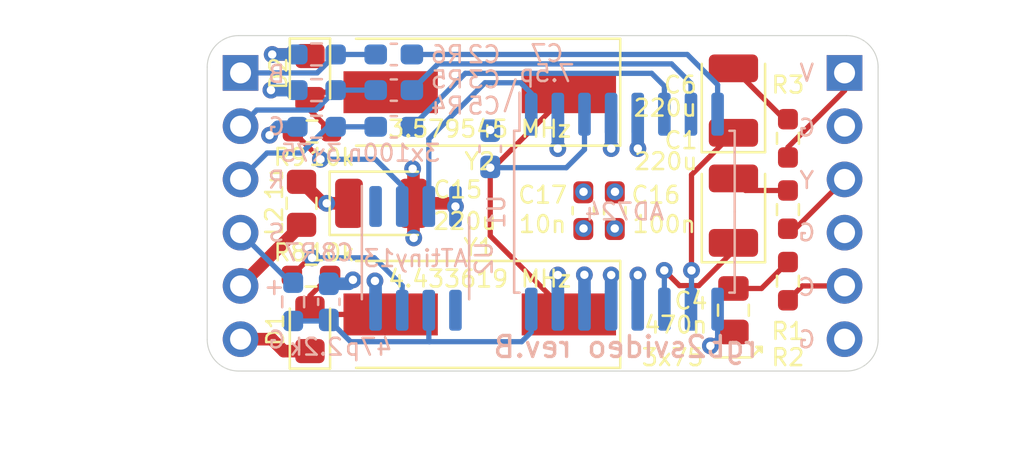
<source format=kicad_pcb>
(kicad_pcb (version 20210424) (generator pcbnew)
  (title_block (title "RGB to SVideo converter") (date "2021-03-08") (rev "A"))
  (layers (0 "F.Cu" signal) (1 "In1.Cu" signal) (2 "In2.Cu" signal) (31 "B.Cu" signal) (34 "B.Paste" user) (35 "F.Paste" user) (36 "B.SilkS" user "B.Silkscreen") (37 "F.SilkS" user "F.Silkscreen") (38 "B.Mask" user) (39 "F.Mask" user) (44 "Edge.Cuts" user))
  (net 0 "")
  (net 1 "R_IN")
  (net 2 "G_IN")
  (net 3 "B_IN")
  (net 4 "CSYNC_IN")
  (net 5 "Y_OUT")
  (net 6 "Net-(C5-Pad1)")
  (net 7 "GND")
  (net 8 "+5V")
  (net 9 "Net-(C1-Pad2)")
  (net 10 "Net-(C1-Pad1)")
  (net 11 "Net-(C2-Pad1)")
  (net 12 "Net-(C3-Pad1)")
  (net 13 "Net-(U1-Pad1)")
  (net 14 "Net-(U1-Pad3)")
  (net 15 "Net-(Y1-Pad2)")
  (net 16 "C_OUT")
  (net 17 "V_OUT")
  (net 18 "Net-(Y2-Pad2)")
  (net 19 "Net-(R8-Pad2)")
  (net 20 "Net-(C6-Pad1)")
  (net 21 "Net-(R9-Pad2)")
  (net 22 "Net-(C8-Pad1)")
  (net 23 "Net-(C6-Pad2)")
  (net 24 "Net-(J1-Pad5)")
  (net 25 "Net-(U1-Pad9)")
  (net 26 "Net-(R2-Pad2)")
  (footprint "Connector_PinHeader_2.54mm:PinHeader_1x06_P2.54mm_Vertical" (layer "F.Cu") (at 135.39 94.18)
    (fp_text reference "J1" hide)
    (fp_text value "Conn_01x06_Odd_Even")
    (fp_text user "B" (at 1.71 0.055) (layer "B.SilkS") (effects (font (size 0.8 0.8) (thickness 0.12)) (justify mirror)))
    (fp_text user "+" (at 1.61 10.18) (layer "B.SilkS") (effects (font (size 0.8 0.8) (thickness 0.12)) (justify mirror)))
    (fp_text user "G" (at 1.729048 12.73) (layer "B.SilkS") (effects (font (size 0.8 0.8) (thickness 0.12)) (justify mirror)))
    (fp_text user "G" (at 1.71 2.555) (layer "B.SilkS") (effects (font (size 0.8 0.8) (thickness 0.12)) (justify mirror)))
    (fp_text user "S" (at 1.71 7.63) (layer "B.SilkS") (effects (font (size 0.8 0.8) (thickness 0.12)) (justify mirror)))
    (fp_text user "R" (at 1.71 5.105) (layer "B.SilkS") (effects (font (size 0.8 0.8) (thickness 0.12)) (justify mirror)))
    (pad "1" thru_hole rect locked (at 0 0) (size 1.7 1.7) (drill 1) (layers *.Cu *.Mask) (net 3 "B_IN"))
    (pad "2" thru_hole oval locked (at 0 2.54) (size 1.7 1.7) (drill 1) (layers *.Cu *.Mask) (net 2 "G_IN"))
    (pad "3" thru_hole oval locked (at 0 5.08) (size 1.7 1.7) (drill 1) (layers *.Cu *.Mask) (net 1 "R_IN"))
    (pad "4" thru_hole oval locked (at 0 7.62) (size 1.7 1.7) (drill 1) (layers *.Cu *.Mask) (net 4 "CSYNC_IN"))
    (pad "5" thru_hole oval locked (at 0 10.16) (size 1.7 1.7) (drill 1) (layers *.Cu *.Mask) (net 24 "Net-(J1-Pad5)"))
    (pad "6" thru_hole oval locked (at 0 12.7) (size 1.7 1.7) (drill 1) (layers *.Cu *.Mask) (net 7 "GND"))
  )
  (footprint "Capacitor_Tantalum_SMD:CP_EIA-3528-12_Kemet-T" (layer "F.Cu") (at 158.9 100.75 90)
    (fp_text reference "C1" (at 3.35 -2.5 unlocked) (layer "F.SilkS") (effects (font (size 0.8 0.8) (thickness 0.12))))
    (fp_text value "220u")
    (fp_text user "${VALUE}" (at 2.35 -3.223809 unlocked) (layer "F.SilkS") (effects (font (size 0.8 0.8) (thickness 0.12))))
    (fp_line (start -2.46 -1.51) (end -2.46 1.51) (layer "F.SilkS") (width 0.12))
    (fp_line (start 1.75 -1.51) (end -2.46 -1.51) (layer "F.SilkS") (width 0.12))
    (fp_line (start -2.46 1.51) (end 1.75 1.51) (layer "F.SilkS") (width 0.12))
    (pad "1" smd roundrect locked (at -1.5375 0 90) (size 1.325 2.35) (layers "F.Cu" "F.Paste" "F.Mask") (roundrect_rratio 0.1886792453) (net 10 "Net-(C1-Pad1)"))
    (pad "2" smd roundrect locked (at 1.5375 0 90) (size 1.325 2.35) (layers "F.Cu" "F.Paste" "F.Mask") (roundrect_rratio 0.1886792453) (net 9 "Net-(C1-Pad2)"))
  )
  (footprint "Resistor_SMD:R_0603_1608Metric_Pad0.98x0.95mm_HandSolder" (layer "F.Cu") (at 161.5 100.7 90)
    (fp_text reference "R1" (at -5.8 0 unlocked) (layer "F.SilkS") (effects (font (size 0.8 0.8) (thickness 0.12))))
    (fp_text value "75")
    (fp_line (start -0.254724 -0.5225) (end 0.254724 -0.5225) (layer "F.SilkS") (width 0.12))
    (fp_line (start -0.254724 0.5225) (end 0.254724 0.5225) (layer "F.SilkS") (width 0.12))
    (pad "1" smd roundrect locked (at -0.9125 0 90) (size 0.975 0.95) (layers "F.Cu" "F.Paste" "F.Mask") (net 5 "Y_OUT"))
    (pad "2" smd roundrect locked (at 0.9125 0 90) (size 0.975 0.95) (layers "F.Cu" "F.Paste" "F.Mask") (net 9 "Net-(C1-Pad2)"))
  )
  (footprint "Resistor_SMD:R_0603_1608Metric_Pad0.98x0.95mm_HandSolder" (layer "F.Cu") (at 161.5 104.1125 90)
    (fp_text reference "R2" (at -3.6375 0 unlocked) (layer "F.SilkS") (effects (font (size 0.8 0.8) (thickness 0.12))))
    (fp_text value "75")
    (fp_text user "3x${VALUE}" (at -3.6375 -5.5 unlocked) (layer "F.SilkS") (effects (font (size 0.8 0.8) (thickness 0.12))))
    (fp_line (start -0.254724 0.5225) (end 0.254724 0.5225) (layer "F.SilkS") (width 0.12))
    (fp_line (start -0.254724 -0.5225) (end 0.254724 -0.5225) (layer "F.SilkS") (width 0.12))
    (pad "1" smd roundrect locked (at -0.9125 0 90) (size 0.975 0.95) (layers "F.Cu" "F.Paste" "F.Mask") (net 16 "C_OUT"))
    (pad "2" smd roundrect locked (at 0.9125 0 90) (size 0.975 0.95) (layers "F.Cu" "F.Paste" "F.Mask") (net 26 "Net-(R2-Pad2)"))
  )
  (footprint "Resistor_SMD:R_0603_1608Metric_Pad0.98x0.95mm_HandSolder" (layer "F.Cu") (at 161.5 97.3 90)
    (fp_text reference "R3" (at 2.55 0 unlocked) (layer "F.SilkS") (effects (font (size 0.8 0.8) (thickness 0.12))))
    (fp_text value "75")
    (fp_line (start -0.254724 -0.5225) (end 0.254724 -0.5225) (layer "F.SilkS") (width 0.12))
    (fp_line (start -0.254724 0.5225) (end 0.254724 0.5225) (layer "F.SilkS") (width 0.12))
    (pad "1" smd roundrect locked (at -0.9125 0 90) (size 0.975 0.95) (layers "F.Cu" "F.Paste" "F.Mask") (net 17 "V_OUT"))
    (pad "2" smd roundrect locked (at 0.9125 0 90) (size 0.975 0.95) (layers "F.Cu" "F.Paste" "F.Mask") (net 23 "Net-(C6-Pad2)"))
  )
  (footprint "Capacitor_Tantalum_SMD:CP_EIA-3528-12_Kemet-T" (layer "F.Cu") (at 158.9 95.5 90)
    (fp_text reference "C6" (at 0.75 -2.526191 unlocked) (layer "F.SilkS") (effects (font (size 0.8 0.8) (thickness 0.12))))
    (fp_text value "220u")
    (fp_text user "${VALUE}" (at -0.35 -3.25 unlocked) (layer "F.SilkS") (effects (font (size 0.8 0.8) (thickness 0.12))))
    (fp_line (start -2.46 -1.51) (end -2.46 1.51) (layer "F.SilkS") (width 0.12))
    (fp_line (start 1.75 -1.51) (end -2.46 -1.51) (layer "F.SilkS") (width 0.12))
    (fp_line (start -2.46 1.51) (end 1.75 1.51) (layer "F.SilkS") (width 0.12))
    (pad "1" smd roundrect locked (at -1.5375 0 90) (size 1.325 2.35) (layers "F.Cu" "F.Paste" "F.Mask") (roundrect_rratio 0.1886792453) (net 20 "Net-(C6-Pad1)"))
    (pad "2" smd roundrect locked (at 1.5375 0 90) (size 1.325 2.35) (layers "F.Cu" "F.Paste" "F.Mask") (roundrect_rratio 0.1886792453) (net 23 "Net-(C6-Pad2)"))
  )
  (footprint "Capacitor_Tantalum_SMD:CP_EIA-3528-12_Kemet-T" (layer "F.Cu") (at 142.1 100.4)
    (fp_text reference "C15" (at 3.65 -0.65 unlocked) (layer "F.SilkS") (effects (font (size 0.8 0.8) (thickness 0.12))))
    (fp_text value "220u")
    (fp_text user "${VALUE}" (at 3.992857 0.85 unlocked) (layer "F.SilkS") (effects (font (size 0.8 0.8) (thickness 0.12))))
    (fp_line (start 1.75 -1.51) (end -2.46 -1.51) (layer "F.SilkS") (width 0.12))
    (fp_line (start -2.46 1.51) (end 1.75 1.51) (layer "F.SilkS") (width 0.12))
    (fp_line (start -2.46 -1.51) (end -2.46 1.51) (layer "F.SilkS") (width 0.12))
    (pad "1" smd roundrect locked (at -1.5375 0) (size 1.325 2.35) (layers "F.Cu" "F.Paste" "F.Mask") (roundrect_rratio 0.1886792453) (net 8 "+5V"))
    (pad "2" smd roundrect locked (at 1.5375 0) (size 1.325 2.35) (layers "F.Cu" "F.Paste" "F.Mask") (roundrect_rratio 0.1886792453) (net 7 "GND"))
  )
  (footprint "Capacitor_SMD:C_0603_1608Metric_Pad1.05x0.95mm_HandSolder" (layer "F.Cu") (at 151.74 100.75 90)
    (fp_text reference "C17" (at 0.75 -1.94 unlocked) (layer "F.SilkS") (effects (font (size 0.8 0.8) (thickness 0.12))))
    (fp_text value "10n")
    (fp_text user "${VALUE}" (at -0.65 -1.94 unlocked) (layer "F.SilkS") (effects (font (size 0.8 0.8) (thickness 0.12))))
    (fp_line (start -0.171267 -0.51) (end 0.171267 -0.51) (layer "F.SilkS") (width 0.12))
    (fp_line (start -0.171267 0.51) (end 0.171267 0.51) (layer "F.SilkS") (width 0.12))
    (pad "1" smd roundrect locked (at -0.875 0 90) (size 1.05 0.95) (layers "F.Cu" "F.Paste" "F.Mask") (net 8 "+5V"))
    (pad "2" smd roundrect locked (at 0.875 0 90) (size 1.05 0.95) (layers "F.Cu" "F.Paste" "F.Mask") (net 7 "GND"))
  )
  (footprint "Capacitor_SMD:C_0603_1608Metric_Pad1.05x0.95mm_HandSolder" (layer "F.Cu") (at 153.24 100.75 90)
    (fp_text reference "C16" (at 0.75 1.96 unlocked) (layer "F.SilkS") (effects (font (size 0.8 0.8) (thickness 0.12))))
    (fp_text value "100n")
    (fp_text user "${VALUE}" (at -0.65 2.36 unlocked) (layer "F.SilkS") (effects (font (size 0.8 0.8) (thickness 0.12))))
    (fp_line (start -0.171267 0.51) (end 0.171267 0.51) (layer "F.SilkS") (width 0.12))
    (fp_line (start -0.171267 -0.51) (end 0.171267 -0.51) (layer "F.SilkS") (width 0.12))
    (pad "1" smd roundrect locked (at -0.875 0 90) (size 1.05 0.95) (layers "F.Cu" "F.Paste" "F.Mask") (net 8 "+5V"))
    (pad "2" smd roundrect locked (at 0.875 0 90) (size 1.05 0.95) (layers "F.Cu" "F.Paste" "F.Mask") (net 7 "GND"))
  )
  (footprint "Inductor_SMD:L_0805_2012Metric_Pad1.15x1.40mm_HandSolder" (layer "F.Cu") (at 138.3 100.4 90)
    (fp_text reference "L2" (at -0.85 -1.3 90 unlocked) (layer "F.SilkS") (effects (font (size 0.8 0.8) (thickness 0.12))))
    (fp_text value "1u")
    (fp_text user "${VALUE}" (at 0.9 -1.3 90 unlocked) (layer "F.SilkS") (effects (font (size 0.8 0.8) (thickness 0.12))))
    (fp_line (start -0.261252 -0.71) (end 0.261252 -0.71) (layer "F.SilkS") (width 0.12))
    (fp_line (start -0.261252 0.71) (end 0.261252 0.71) (layer "F.SilkS") (width 0.12))
    (pad "1" smd roundrect locked (at -1.025 0 90) (size 1.15 1.4) (layers "F.Cu" "F.Paste" "F.Mask") (roundrect_rratio 0.2173913043) (net 24 "Net-(J1-Pad5)"))
    (pad "2" smd roundrect locked (at 1.025 0 90) (size 1.15 1.4) (layers "F.Cu" "F.Paste" "F.Mask") (roundrect_rratio 0.2173913043) (net 8 "+5V"))
  )
  (footprint "Crystal:Crystal_SMD_HC49-SD" (layer "F.Cu") (at 146.8 105.7 180)
    (fp_text reference "Y1" (at 0.05 3.2 unlocked) (layer "F.SilkS") (effects (font (size 0.8 0.8) (thickness 0.12))))
    (fp_text value "4.433619 MHz")
    (fp_text user "${VALUE}" (at 0 1.7 unlocked) (layer "F.SilkS") (effects (font (size 0.8 0.8) (thickness 0.12))))
    (fp_line (start -6.7 -2.55) (end -6.7 2.55) (layer "F.SilkS") (width 0.12))
    (fp_line (start 5.9 -2.55) (end -6.7 -2.55) (layer "F.SilkS") (width 0.12))
    (fp_line (start -6.7 2.55) (end 5.9 2.55) (layer "F.SilkS") (width 0.12))
    (pad "1" smd rect locked (at -4.25 0 180) (size 4.5 2) (layers "F.Cu" "F.Paste" "F.Mask") (net 14 "Net-(U1-Pad3)"))
    (pad "2" smd rect locked (at 4.25 0 180) (size 4.5 2) (layers "F.Cu" "F.Paste" "F.Mask") (net 15 "Net-(Y1-Pad2)"))
  )
  (footprint "Resistor_SMD:R_0603_1608Metric_Pad0.98x0.95mm_HandSolder" (layer "F.Cu") (at 138.8 96.975 180)
    (fp_text reference "R9" (at 1.05 -1.225 unlocked) (layer "F.SilkS") (effects (font (size 0.8 0.8) (thickness 0.12))))
    (fp_text value "10k")
    (fp_text user "${VALUE}" (at -0.95 -1.225 unlocked) (layer "F.SilkS") (effects (font (size 0.8 0.8) (thickness 0.12))))
    (fp_line (start -0.254724 -0.5225) (end 0.254724 -0.5225) (layer "F.SilkS") (width 0.12))
    (fp_line (start -0.254724 0.5225) (end 0.254724 0.5225) (layer "F.SilkS") (width 0.12))
    (pad "1" smd roundrect locked (at -0.9125 0 180) (size 0.975 0.95) (layers "F.Cu" "F.Paste" "F.Mask") (net 18 "Net-(Y2-Pad2)"))
    (pad "2" smd roundrect locked (at 0.9125 0 180) (size 0.975 0.95) (layers "F.Cu" "F.Paste" "F.Mask") (net 21 "Net-(R9-Pad2)"))
  )
  (footprint "Diode_SMD:D_0805_2012Metric_Pad1.15x1.40mm_HandSolder" (layer "F.Cu") (at 138.7 94.4 -90)
    (fp_text reference "D2" (at -0.2 1.5 90 unlocked) (layer "F.SilkS") (effects (font (size 0.8 0.8) (thickness 0.12))))
    (fp_text value "1N4148")
    (fp_line (start -1.86 -0.96) (end -1.86 0.96) (layer "F.SilkS") (width 0.12))
    (fp_line (start 1 -0.96) (end -1.86 -0.96) (layer "F.SilkS") (width 0.12))
    (fp_line (start -1.86 0.96) (end 1 0.96) (layer "F.SilkS") (width 0.12))
    (pad "1" smd roundrect locked (at -1.025 0 270) (size 1.15 1.4) (layers "F.Cu" "F.Paste" "F.Mask") (roundrect_rratio 0.2173913043) (net 7 "GND"))
    (pad "2" smd roundrect locked (at 1.025 0 270) (size 1.15 1.4) (layers "F.Cu" "F.Paste" "F.Mask") (roundrect_rratio 0.2173913043) (net 18 "Net-(Y2-Pad2)"))
  )
  (footprint "Capacitor_SMD:C_0805_2012Metric_Pad1.18x1.45mm_HandSolder" (layer "F.Cu") (at 158.9 105.5 90)
    (fp_text reference "C4" (at 0.45 -2.026191 unlocked) (layer "F.SilkS") (effects (font (size 0.8 0.8) (thickness 0.12))))
    (fp_text value "470n")
    (fp_text user "${VALUE}" (at -0.7 -2.75 unlocked) (layer "F.SilkS") (effects (font (size 0.8 0.8) (thickness 0.12))))
    (fp_line (start -0.261252 0.735) (end 0.261252 0.735) (layer "F.SilkS") (width 0.12))
    (fp_line (start -0.261252 -0.735) (end 0.261252 -0.735) (layer "F.SilkS") (width 0.12))
    (pad "1" smd roundrect locked (at -1.0375 0 90) (size 1.175 1.45) (layers "F.Cu" "F.Paste" "F.Mask") (roundrect_rratio 0.2127659574) (net 25 "Net-(U1-Pad9)"))
    (pad "2" smd roundrect locked (at 1.0375 0 90) (size 1.175 1.45) (layers "F.Cu" "F.Paste" "F.Mask") (roundrect_rratio 0.2127659574) (net 26 "Net-(R2-Pad2)"))
  )
  (footprint "Crystal:Crystal_SMD_HC49-SD" (layer "F.Cu") (at 146.8 95.1 180)
    (fp_text reference "Y2" (at 0 -3.3 unlocked) (layer "F.SilkS") (effects (font (size 0.8 0.8) (thickness 0.12))))
    (fp_text value "3.579545 MHz")
    (fp_text user "${VALUE}" (at 0 -1.75 unlocked) (layer "F.SilkS") (effects (font (size 0.8 0.8) (thickness 0.12))))
    (fp_line (start 5.9 -2.55) (end -6.7 -2.55) (layer "F.SilkS") (width 0.12))
    (fp_line (start -6.7 2.55) (end 5.9 2.55) (layer "F.SilkS") (width 0.12))
    (fp_line (start -6.7 -2.55) (end -6.7 2.55) (layer "F.SilkS") (width 0.12))
    (pad "1" smd rect locked (at -4.25 0 180) (size 4.5 2) (layers "F.Cu" "F.Paste" "F.Mask") (net 14 "Net-(U1-Pad3)"))
    (pad "2" smd rect locked (at 4.25 0 180) (size 4.5 2) (layers "F.Cu" "F.Paste" "F.Mask") (net 18 "Net-(Y2-Pad2)"))
  )
  (footprint "Resistor_SMD:R_0603_1608Metric_Pad0.98x0.95mm_HandSolder" (layer "F.Cu") (at 138.75 103.85 180)
    (fp_text reference "R8" (at 1 1.1 unlocked) (layer "F.SilkS") (effects (font (size 0.8 0.8) (thickness 0.12))))
    (fp_text value "10k")
    (fp_text user "${VALUE}" (at -1 1.1 unlocked) (layer "F.SilkS") (effects (font (size 0.8 0.8) (thickness 0.12))))
    (fp_line (start -0.254724 0.5225) (end 0.254724 0.5225) (layer "F.SilkS") (width 0.12))
    (fp_line (start -0.254724 -0.5225) (end 0.254724 -0.5225) (layer "F.SilkS") (width 0.12))
    (pad "1" smd roundrect locked (at -0.9125 0 180) (size 0.975 0.95) (layers "F.Cu" "F.Paste" "F.Mask") (net 15 "Net-(Y1-Pad2)"))
    (pad "2" smd roundrect locked (at 0.9125 0 180) (size 0.975 0.95) (layers "F.Cu" "F.Paste" "F.Mask") (net 19 "Net-(R8-Pad2)"))
  )
  (footprint "Connector_PinHeader_2.54mm:PinHeader_1x06_P2.54mm_Vertical" (layer "F.Cu") (at 164.2 94.18)
    (fp_text reference "J2" hide)
    (fp_text value "Conn_01x06_Odd_Even")
    (fp_text user "G" (at -1.8 7.62 unlocked) (layer "B.SilkS") (effects (font (size 0.8 0.8) (thickness 0.12)) (justify mirror)))
    (fp_text user "G" (at -1.8 2.62 unlocked) (layer "B.SilkS") (effects (font (size 0.8 0.8) (thickness 0.12)) (justify mirror)))
    (fp_text user "C" (at -1.8 10.22 unlocked) (layer "B.SilkS") (effects (font (size 0.8 0.8) (thickness 0.12)) (justify mirror)))
    (fp_text user "G" (at -1.8 12.72 unlocked) (layer "B.SilkS") (effects (font (size 0.8 0.8) (thickness 0.12)) (justify mirror)))
    (fp_text user "Y" (at -1.8 5.12 unlocked) (layer "B.SilkS") (effects (font (size 0.8 0.8) (thickness 0.12)) (justify mirror)))
    (fp_text user "V" (at -1.8 0 unlocked) (layer "B.SilkS") (effects (font (size 0.8 0.8) (thickness 0.12)) (justify mirror)))
    (pad "1" thru_hole rect locked (at 0 0) (size 1.7 1.7) (drill 1) (layers *.Cu *.Mask) (net 17 "V_OUT"))
    (pad "2" thru_hole oval locked (at 0 2.54) (size 1.7 1.7) (drill 1) (layers *.Cu *.Mask) (net 7 "GND"))
    (pad "3" thru_hole oval locked (at 0 5.08) (size 1.7 1.7) (drill 1) (layers *.Cu *.Mask) (net 5 "Y_OUT"))
    (pad "4" thru_hole oval locked (at 0 7.62) (size 1.7 1.7) (drill 1) (layers *.Cu *.Mask) (net 7 "GND"))
    (pad "5" thru_hole oval locked (at 0 10.16) (size 1.7 1.7) (drill 1) (layers *.Cu *.Mask) (net 16 "C_OUT"))
    (pad "6" thru_hole oval locked (at 0 12.7) (size 1.7 1.7) (drill 1) (layers *.Cu *.Mask) (net 7 "GND"))
  )
  (footprint "Diode_SMD:D_0805_2012Metric_Pad1.15x1.40mm_HandSolder" (layer "F.Cu") (at 138.7 106.425 90)
    (fp_text reference "D1" (at 0 -1.65 90 unlocked) (layer "F.SilkS") (effects (font (size 0.8 0.8) (thickness 0.12))))
    (fp_text value "1N4148")
    (fp_line (start -1.86 -0.96) (end -1.86 0.96) (layer "F.SilkS") (width 0.12))
    (fp_line (start 1 -0.96) (end -1.86 -0.96) (layer "F.SilkS") (width 0.12))
    (fp_line (start -1.86 0.96) (end 1 0.96) (layer "F.SilkS") (width 0.12))
    (pad "1" smd roundrect locked (at -1.025 0 90) (size 1.15 1.4) (layers "F.Cu" "F.Paste" "F.Mask") (roundrect_rratio 0.2173913043) (net 7 "GND"))
    (pad "2" smd roundrect locked (at 1.025 0 90) (size 1.15 1.4) (layers "F.Cu" "F.Paste" "F.Mask") (roundrect_rratio 0.2173913043) (net 15 "Net-(Y1-Pad2)"))
  )
  (footprint "Capacitor_SMD:C_0603_1608Metric_Pad1.08x0.95mm_HandSolder" (layer "B.Cu") (at 139.6 105.1 90)
    (fp_text reference "C8" (at 2.35 0.4 unlocked) (layer "B.SilkS") (effects (font (size 0.8 0.8) (thickness 0.12)) (justify mirror)))
    (fp_text value "47p")
    (fp_text user "${VALUE}" (at -2.15 1.9 unlocked) (layer "B.SilkS") (effects (font (size 0.8 0.8) (thickness 0.12)) (justify mirror)))
    (fp_line (start -0.146267 -0.51) (end 0.146267 -0.51) (layer "B.SilkS") (width 0.12))
    (fp_line (start -0.146267 0.51) (end 0.146267 0.51) (layer "B.SilkS") (width 0.12))
    (pad "1" smd roundrect locked (at -0.8625 0 90) (size 1.075 0.95) (layers "B.Cu" "B.Paste" "B.Mask") (net 22 "Net-(C8-Pad1)"))
    (pad "2" smd roundrect locked (at 0.8625 0 90) (size 1.075 0.95) (layers "B.Cu" "B.Paste" "B.Mask") (net 7 "GND"))
  )
  (footprint "Resistor_SMD:R_0603_1608Metric_Pad0.98x0.95mm_HandSolder" (layer "B.Cu") (at 139.0125 96.75 180)
    (fp_text reference "R4" (at -6.2375 1 unlocked) (layer "B.SilkS") (effects (font (size 0.8 0.8) (thickness 0.12)) (justify mirror)))
    (fp_text value "75")
    (fp_text user "3x${VALUE}" (at 0.2625 -1.25 unlocked) (layer "B.SilkS") (effects (font (size 0.8 0.8) (thickness 0.12)) (justify mirror)))
    (fp_line (start -0.254724 0.5225) (end 0.254724 0.5225) (layer "B.SilkS") (width 0.12))
    (fp_line (start -0.254724 -0.5225) (end 0.254724 -0.5225) (layer "B.SilkS") (width 0.12))
    (pad "1" smd roundrect locked (at -0.9125 0 180) (size 0.975 0.95) (layers "B.Cu" "B.Paste" "B.Mask") (net 1 "R_IN"))
    (pad "2" smd roundrect locked (at 0.9125 0 180) (size 0.975 0.95) (layers "B.Cu" "B.Paste" "B.Mask") (net 7 "GND"))
  )
  (footprint "Resistor_SMD:R_0603_1608Metric_Pad0.98x0.95mm_HandSolder" (layer "B.Cu") (at 139.0125 95 180)
    (fp_text reference "R5" (at -6.2375 0.5 unlocked) (layer "B.SilkS") (effects (font (size 0.8 0.8) (thickness 0.12)) (justify mirror)))
    (fp_text value "75")
    (fp_line (start -0.254724 0.5225) (end 0.254724 0.5225) (layer "B.SilkS") (width 0.12))
    (fp_line (start -0.254724 -0.5225) (end 0.254724 -0.5225) (layer "B.SilkS") (width 0.12))
    (pad "1" smd roundrect locked (at -0.9125 0 180) (size 0.975 0.95) (layers "B.Cu" "B.Paste" "B.Mask") (net 2 "G_IN"))
    (pad "2" smd roundrect locked (at 0.9125 0 180) (size 0.975 0.95) (layers "B.Cu" "B.Paste" "B.Mask") (net 7 "GND"))
  )
  (footprint "Resistor_SMD:R_0603_1608Metric_Pad0.98x0.95mm_HandSolder" (layer "B.Cu") (at 139.0125 93.3 180)
    (fp_text reference "R6" (at -6.2375 0 unlocked) (layer "B.SilkS") (effects (font (size 0.8 0.8) (thickness 0.12)) (justify mirror)))
    (fp_text value "75")
    (fp_line (start -0.254724 -0.5225) (end 0.254724 -0.5225) (layer "B.SilkS") (width 0.12))
    (fp_line (start -0.254724 0.5225) (end 0.254724 0.5225) (layer "B.SilkS") (width 0.12))
    (pad "1" smd roundrect locked (at -0.9125 0 180) (size 0.975 0.95) (layers "B.Cu" "B.Paste" "B.Mask") (net 3 "B_IN"))
    (pad "2" smd roundrect locked (at 0.9125 0 180) (size 0.975 0.95) (layers "B.Cu" "B.Paste" "B.Mask") (net 7 "GND"))
  )
  (footprint "Resistor_SMD:R_0603_1608Metric_Pad0.98x0.95mm_HandSolder" (layer "B.Cu") (at 137.9 105.1 90)
    (fp_text reference "R7" (at 2.35 0.35 unlocked) (layer "B.SilkS") (effects (font (size 0.8 0.8) (thickness 0.12)) (justify mirror)))
    (fp_text value "2.2k")
    (fp_text user "${VALUE}" (at -2.15 1.1 unlocked) (layer "B.SilkS") (effects (font (size 0.8 0.8) (thickness 0.12)) (justify mirror)))
    (fp_line (start -0.254724 -0.5225) (end 0.254724 -0.5225) (layer "B.SilkS") (width 0.12))
    (fp_line (start -0.254724 0.5225) (end 0.254724 0.5225) (layer "B.SilkS") (width 0.12))
    (pad "1" smd roundrect locked (at -0.9125 0 90) (size 0.975 0.95) (layers "B.Cu" "B.Paste" "B.Mask") (net 22 "Net-(C8-Pad1)"))
    (pad "2" smd roundrect locked (at 0.9125 0 90) (size 0.975 0.95) (layers "B.Cu" "B.Paste" "B.Mask") (net 4 "CSYNC_IN"))
  )
  (footprint "Capacitor_SMD:C_0603_1608Metric_Pad1.08x0.95mm_HandSolder" (layer "B.Cu") (at 142.7 93.3 180)
    (fp_text reference "C2" (at -4.3 0 unlocked) (layer "B.SilkS") (effects (font (size 0.8 0.8) (thickness 0.12)) (justify mirror)))
    (fp_text value "100n")
    (fp_line (start -0.146267 -0.51) (end 0.146267 -0.51) (layer "B.SilkS") (width 0.12))
    (fp_line (start -0.146267 0.51) (end 0.146267 0.51) (layer "B.SilkS") (width 0.12))
    (pad "1" smd roundrect locked (at -0.8625 0 180) (size 1.075 0.95) (layers "B.Cu" "B.Paste" "B.Mask") (net 11 "Net-(C2-Pad1)"))
    (pad "2" smd roundrect locked (at 0.8625 0 180) (size 1.075 0.95) (layers "B.Cu" "B.Paste" "B.Mask") (net 3 "B_IN"))
  )
  (footprint "Capacitor_SMD:C_0603_1608Metric_Pad1.08x0.95mm_HandSolder" (layer "B.Cu") (at 142.7 95 180)
    (fp_text reference "C3" (at -4.3 0.5 unlocked) (layer "B.SilkS") (effects (font (size 0.8 0.8) (thickness 0.12)) (justify mirror)))
    (fp_text value "100n")
    (fp_line (start -0.146267 0.51) (end 0.146267 0.51) (layer "B.SilkS") (width 0.12))
    (fp_line (start -0.146267 -0.51) (end 0.146267 -0.51) (layer "B.SilkS") (width 0.12))
    (pad "1" smd roundrect locked (at -0.8625 0 180) (size 1.075 0.95) (layers "B.Cu" "B.Paste" "B.Mask") (net 12 "Net-(C3-Pad1)"))
    (pad "2" smd roundrect locked (at 0.8625 0 180) (size 1.075 0.95) (layers "B.Cu" "B.Paste" "B.Mask") (net 2 "G_IN"))
  )
  (footprint "Capacitor_SMD:C_0603_1608Metric_Pad1.08x0.95mm_HandSolder" (layer "B.Cu") (at 142.7 96.75 180)
    (fp_text reference "C5" (at -4.3 1 unlocked) (layer "B.SilkS") (effects (font (size 0.8 0.8) (thickness 0.12)) (justify mirror)))
    (fp_text value "100n")
    (fp_text user "3x${VALUE}" (at 0 -1.25 unlocked) (layer "B.SilkS") (effects (font (size 0.8 0.8) (thickness 0.12)) (justify mirror)))
    (fp_line (start -0.146267 0.51) (end 0.146267 0.51) (layer "B.SilkS") (width 0.12))
    (fp_line (start -0.146267 -0.51) (end 0.146267 -0.51) (layer "B.SilkS") (width 0.12))
    (pad "1" smd roundrect locked (at -0.8625 0 180) (size 1.075 0.95) (layers "B.Cu" "B.Paste" "B.Mask") (net 6 "Net-(C5-Pad1)"))
    (pad "2" smd roundrect locked (at 0.8625 0 180) (size 1.075 0.95) (layers "B.Cu" "B.Paste" "B.Mask") (net 1 "R_IN"))
  )
  (footprint "Package_SO:SOIC-8_3.9x4.9mm_P1.27mm" (layer "B.Cu") (at 143.735 103.025 -90)
    (fp_text reference "U2" (at 0 -3.265 90 unlocked) (layer "B.SilkS") (effects (font (size 0.8 0.8) (thickness 0.12)) (justify mirror)))
    (fp_text value "ATtiny13V-10SSU")
    (fp_text user "ATtiny13" (at 0 0 unlocked) (layer "B.SilkS") (effects (font (size 0.8 0.8) (thickness 0.12)) (justify mirror)))
    (fp_line (start 0 2.56) (end 1.95 2.56) (layer "B.SilkS") (width 0.12))
    (fp_line (start 0 -2.56) (end -1.95 -2.56) (layer "B.SilkS") (width 0.12))
    (fp_line (start 0 2.56) (end -3.45 2.56) (layer "B.SilkS") (width 0.12))
    (fp_line (start 0 -2.56) (end 1.95 -2.56) (layer "B.SilkS") (width 0.12))
    (pad "1" smd roundrect locked (at -2.475 1.905 270) (size 1.95 0.6) (layers "B.Cu" "B.Paste" "B.Mask"))
    (pad "2" smd roundrect locked (at -2.475 0.635 270) (size 1.95 0.6) (layers "B.Cu" "B.Paste" "B.Mask") (net 21 "Net-(R9-Pad2)"))
    (pad "3" smd roundrect locked (at -2.475 -0.635 270) (size 1.95 0.6) (layers "B.Cu" "B.Paste" "B.Mask") (net 13 "Net-(U1-Pad1)"))
    (pad "4" smd roundrect locked (at -2.475 -1.905 270) (size 1.95 0.6) (layers "B.Cu" "B.Paste" "B.Mask") (net 7 "GND"))
    (pad "5" smd roundrect locked (at 2.475 -1.905 270) (size 1.95 0.6) (layers "B.Cu" "B.Paste" "B.Mask"))
    (pad "6" smd roundrect locked (at 2.475 -0.635 270) (size 1.95 0.6) (layers "B.Cu" "B.Paste" "B.Mask") (net 22 "Net-(C8-Pad1)"))
    (pad "7" smd roundrect locked (at 2.475 0.635 270) (size 1.95 0.6) (layers "B.Cu" "B.Paste" "B.Mask") (net 19 "Net-(R8-Pad2)"))
    (pad "8" smd roundrect locked (at 2.475 1.905 270) (size 1.95 0.6) (layers "B.Cu" "B.Paste" "B.Mask") (net 8 "+5V"))
  )
  (footprint "Capacitor_SMD:C_0603_1608Metric_Pad1.08x0.95mm_HandSolder" (layer "B.Cu") (at 147.3 97.8 90)
    (fp_text reference "C7" (at 4.55 2.7 unlocked) (layer "B.SilkS") (effects (font (size 0.8 0.8) (thickness 0.12)) (justify mirror)))
    (fp_text value "7.5p")
    (fp_text user "${VALUE}" (at 3.6 2.7 unlocked) (layer "B.SilkS") (effects (font (size 0.8 0.8) (thickness 0.12)) (justify mirror)))
    (fp_line (start -0.146267 0.51) (end 0.146267 0.51) (layer "B.SilkS") (width 0.12))
    (fp_line (start -0.146267 -0.51) (end 0.146267 -0.51) (layer "B.SilkS") (width 0.12))
    (pad "1" smd roundrect locked (at -0.8625 0 90) (size 1.075 0.95) (layers "B.Cu" "B.Paste" "B.Mask") (net 14 "Net-(U1-Pad3)"))
    (pad "2" smd roundrect locked (at 0.8625 0 90) (size 1.075 0.95) (layers "B.Cu" "B.Paste" "B.Mask") (net 7 "GND"))
  )
  (footprint "Package_SO:SOIC-16W_7.5x10.3mm_P1.27mm" (layer "B.Cu") (at 153.7 100.8 -90)
    (fp_text reference "U1" (at 0 6.1 90 unlocked) (layer "B.SilkS") (effects (font (size 0.8 0.8) (thickness 0.12)) (justify mirror)))
    (fp_text value "AD724")
    (fp_text user "${VALUE}" (at 0 0 unlocked) (layer "B.SilkS") (effects (font (size 0.8 0.8) (thickness 0.12)) (justify mirror)))
    (fp_line (start 0 -5.26) (end 3.86 -5.26) (layer "B.SilkS") (width 0.12))
    (fp_line (start 3.86 -5.26) (end 3.86 -5.005) (layer "B.SilkS") (width 0.12))
    (fp_line (start 0 -5.26) (end -3.86 -5.26) (layer "B.SilkS") (width 0.12))
    (fp_line (start -3.86 -5.26) (end -3.86 -5.005) (layer "B.SilkS") (width 0.12))
    (fp_line (start 0 5.26) (end 3.86 5.26) (layer "B.SilkS") (width 0.12))
    (fp_line (start -3.86 5.005) (end -5.675 5.005) (layer "B.SilkS") (width 0.12))
    (fp_line (start -3.86 5.26) (end -3.86 5.005) (layer "B.SilkS") (width 0.12))
    (fp_line (start 3.86 5.26) (end 3.86 5.005) (layer "B.SilkS") (width 0.12))
    (fp_line (start 0 5.26) (end -3.86 5.26) (layer "B.SilkS") (width 0.12))
    (pad "1" smd roundrect locked (at -4.65 4.445 270) (size 2.05 0.6) (layers "B.Cu" "B.Paste" "B.Mask") (net 13 "Net-(U1-Pad1)"))
    (pad "2" smd roundrect locked (at -4.65 3.175 270) (size 2.05 0.6) (layers "B.Cu" "B.Paste" "B.Mask") (net 7 "GND"))
    (pad "3" smd roundrect locked (at -4.65 1.905 270) (size 2.05 0.6) (layers "B.Cu" "B.Paste" "B.Mask") (net 14 "Net-(U1-Pad3)"))
    (pad "4" smd roundrect locked (at -4.65 0.635 270) (size 2.05 0.6) (layers "B.Cu" "B.Paste" "B.Mask") (net 8 "+5V"))
    (pad "5" smd roundrect locked (at -4.65 -0.635 270) (size 2.05 0.6) (layers "B.Cu" "B.Paste" "B.Mask") (net 8 "+5V"))
    (pad "6" smd roundrect locked (at -4.65 -1.905 270) (size 2.05 0.6) (layers "B.Cu" "B.Paste" "B.Mask") (net 6 "Net-(C5-Pad1)"))
    (pad "7" smd roundrect locked (at -4.65 -3.175 270) (size 2.05 0.6) (layers "B.Cu" "B.Paste" "B.Mask") (net 12 "Net-(C3-Pad1)"))
    (pad "8" smd roundrect locked (at -4.65 -4.445 270) (size 2.05 0.6) (layers "B.Cu" "B.Paste" "B.Mask") (net 11 "Net-(C2-Pad1)"))
    (pad "9" smd roundrect locked (at 4.65 -4.445 270) (size 2.05 0.6) (layers "B.Cu" "B.Paste" "B.Mask") (net 25 "Net-(U1-Pad9)"))
    (pad "10" smd roundrect locked (at 4.65 -3.175 270) (size 2.05 0.6) (layers "B.Cu" "B.Paste" "B.Mask") (net 20 "Net-(C6-Pad1)"))
    (pad "11" smd roundrect locked (at 4.65 -1.905 270) (size 2.05 0.6) (layers "B.Cu" "B.Paste" "B.Mask") (net 10 "Net-(C1-Pad1)"))
    (pad "12" smd roundrect locked (at 4.65 -0.635 270) (size 2.05 0.6) (layers "B.Cu" "B.Paste" "B.Mask") (net 7 "GND"))
    (pad "13" smd roundrect locked (at 4.65 0.635 270) (size 2.05 0.6) (layers "B.Cu" "B.Paste" "B.Mask") (net 7 "GND"))
    (pad "14" smd roundrect locked (at 4.65 1.905 270) (size 2.05 0.6) (layers "B.Cu" "B.Paste" "B.Mask") (net 8 "+5V"))
    (pad "15" smd roundrect locked (at 4.65 3.175 270) (size 2.05 0.6) (layers "B.Cu" "B.Paste" "B.Mask") (net 8 "+5V"))
    (pad "16" smd roundrect locked (at 4.65 4.445 270) (size 2.05 0.6) (layers "B.Cu" "B.Paste" "B.Mask") (net 22 "Net-(C8-Pad1)"))
  )
  (gr_line (start 148.5 94.49) (end 148 96) (layer "B.SilkS") (width 0.12))
  (gr_line (start 159.25 107.75) (end 159.75 107.75) (layer "F.SilkS") (width 0.12))
  (gr_line (start 160.25 107.25) (end 160 107.25) (layer "F.SilkS") (width 0.12))
  (gr_line (start 158 107.75) (end 159.25 107.75) (layer "F.SilkS") (width 0.12))
  (gr_line (start 160.25 107.5) (end 160.25 107.25) (layer "F.SilkS") (width 0.12))
  (gr_line (start 159.75 107.75) (end 160.25 107.25) (layer "F.SilkS") (width 0.12))
  (gr_line (start 160 107.25) (end 160.25 107.5) (layer "F.SilkS") (width 0.12))
  (gr_line (start 133.8 106.9) (end 133.8 93.9) (layer "Edge.Cuts") (width 0.05))
  (gr_arc (start 164.3 106.9) (end 164.3 108.4) (angle -90) (layer "Edge.Cuts") (width 0.05))
  (gr_arc (start 135.3 93.9) (end 135.3 92.4) (angle -90) (layer "Edge.Cuts") (width 0.05))
  (gr_arc (start 135.3 106.9) (end 133.8 106.9) (angle -90) (layer "Edge.Cuts") (width 0.05))
  (gr_line (start 164.3 108.4) (end 135.3 108.4) (layer "Edge.Cuts") (width 0.05))
  (gr_line (start 164.3 92.4) (end 135.3 92.4) (layer "Edge.Cuts") (width 0.05))
  (gr_line (start 165.8 93.9) (end 165.8 106.9) (layer "Edge.Cuts") (width 0.05))
  (gr_arc (start 164.3 93.9) (end 165.8 93.9) (angle -90) (layer "Edge.Cuts") (width 0.05))
  (gr_text "rgb2svideo rev.B" (at 153.75 107.25) (layer "B.SilkS") (effects (font (size 1 1) (thickness 0.16)) (justify mirror)))
  (segment (start 135.39 99.26) (end 136.65 98) (width 0.25) (layer "B.Cu") (net 1))
  (segment (start 141.8375 96.75) (end 139.925 96.75) (width 0.25) (layer "B.Cu") (net 1))
  (segment (start 138.3 98) (end 139.55 96.75) (width 0.25) (layer "B.Cu") (net 1))
  (segment (start 139.55 96.75) (end 139.925 96.75) (width 0.25) (layer "B.Cu") (net 1))
  (segment (start 136.65 98) (end 138.3 98) (width 0.25) (layer "B.Cu") (net 1))
  (segment (start 135.39 96.72) (end 136.15952 95.95048) (width 0.25) (layer "B.Cu") (net 2))
  (segment (start 136.15952 95.95048) (end 138.97452 95.95048) (width 0.25) (layer "B.Cu") (net 2))
  (segment (start 139.925 95) (end 141.8375 95) (width 0.25) (layer "B.Cu") (net 2))
  (segment (start 138.97452 95.95048) (end 139.925 95) (width 0.25) (layer "B.Cu") (net 2))
  (segment (start 139.925 93.3) (end 141.8375 93.3) (width 0.25) (layer "B.Cu") (net 3))
  (segment (start 139.045 94.18) (end 139.925 93.3) (width 0.25) (layer "B.Cu") (net 3))
  (segment (start 135.39 94.18) (end 139.045 94.18) (width 0.25) (layer "B.Cu") (net 3))
  (segment (start 137.7775 104.1875) (end 135.39 101.8) (width 0.25) (layer "B.Cu") (net 4))
  (segment (start 137.9 104.1875) (end 137.7775 104.1875) (width 0.25) (layer "B.Cu") (net 4))
  (segment (start 161.5 101.6125) (end 161.8475 101.6125) (width 0.25) (layer "F.Cu") (net 5))
  (segment (start 161.8475 101.6125) (end 164.2 99.26) (width 0.25) (layer "F.Cu") (net 5))
  (segment (start 155.605 96.15) (end 155.605 94.805) (width 0.25) (layer "B.Cu") (net 6))
  (segment (start 146.1125 94.2) (end 143.5625 96.75) (width 0.25) (layer "B.Cu") (net 6))
  (segment (start 155 94.2) (end 146.1125 94.2) (width 0.25) (layer "B.Cu") (net 6))
  (segment (start 155.605 94.805) (end 155 94.2) (width 0.25) (layer "B.Cu") (net 6))
  (segment (start 137.45 107.45) (end 136.88 106.88) (width 0.6) (layer "F.Cu") (net 7))
  (segment (start 145.49 100.4) (end 145.64 100.55) (width 0.6) (layer "F.Cu") (net 7))
  (segment (start 153.24 99.86) (end 153.25 99.85) (width 0.6) (layer "F.Cu") (net 7))
  (segment (start 143.6375 102.0375) (end 143.65 102.05) (width 0.6) (layer "F.Cu") (net 7))
  (segment (start 136.88 106.88) (end 135.39 106.88) (width 0.6) (layer "F.Cu") (net 7))
  (segment (start 138.625 93.3) (end 138.7 93.375) (width 0.6) (layer "F.Cu") (net 7))
  (segment (start 151.74 99.875) (end 151.74 99.86) (width 0.6) (layer "F.Cu") (net 7))
  (segment (start 136.9 93.3) (end 138.625 93.3) (width 0.6) (layer "F.Cu") (net 7))
  (segment (start 143.6375 98.7875) (end 143.6 98.75) (width 0.6) (layer "F.Cu") (net 7))
  (segment (start 138.7 107.45) (end 137.45 107.45) (width 0.6) (layer "F.Cu") (net 7))
  (segment (start 143.6375 100.4) (end 145.49 100.4) (width 0.6) (layer "F.Cu") (net 7))
  (segment (start 151.74 99.86) (end 151.75 99.85) (width 0.6) (layer "F.Cu") (net 7))
  (segment (start 143.6375 100.4) (end 143.6375 98.7875) (width 0.6) (layer "F.Cu") (net 7))
  (segment (start 143.6375 100.4) (end 143.6375 102.0375) (width 0.6) (layer "F.Cu") (net 7))
  (segment (start 153.24 99.875) (end 153.24 99.86) (width 0.6) (layer "F.Cu") (net 7))
  (via (at 136.839502 95) (size 0.8) (drill 0.4) (layers "F.Cu" "B.Cu") (net 7))
  (via (at 140.75 104.05) (size 0.8) (drill 0.4) (layers "F.Cu" "B.Cu") (net 7))
  (via (at 136.9 93.3) (size 0.8) (drill 0.4) (layers "F.Cu" "B.Cu") (net 7))
  (via (at 143.65 102.05) (size 0.8) (drill 0.4) (layers "F.Cu" "B.Cu") (net 7))
  (via (at 143.6 98.75) (size 0.8) (drill 0.4) (layers "F.Cu" "B.Cu") (net 7))
  (via (at 145.64 100.55) (size 0.8) (drill 0.4) (layers "F.Cu" "B.Cu") (net 7))
  (via (at 153.25 99.85) (size 0.8) (drill 0.4) (layers "F.Cu" "B.Cu") (net 7))
  (via (at 150.52 97.79) (size 0.8) (drill 0.4) (layers "F.Cu" "B.Cu") (net 7))
  (via (at 147.3 96.9) (size 0.8) (drill 0.4) (layers "F.Cu" "B.Cu") (net 7))
  (via (at 151.75 99.85) (size 0.8) (drill 0.4) (layers "F.Cu" "B.Cu") (net 7))
  (via (at 154.34 103.82) (size 0.8) (drill 0.4) (layers "F.Cu" "B.Cu") (net 7))
  (via (at 136.773545 97.152272) (size 0.8) (drill 0.4) (layers "F.Cu" "B.Cu") (net 7))
  (via (at 153.07 103.82) (size 0.8) (drill 0.4) (layers "F.Cu" "B.Cu") (net 7))
  (segment (start 153.065 105.45) (end 153.065 103.825) (width 0.6) (layer "B.Cu") (net 7))
  (segment (start 147.3 96.9375) (end 147.3 96.9) (width 0.6) (layer "B.Cu") (net 7))
  (segment (start 153.065 103.825) (end 153.07 103.82) (width 0.6) (layer "B.Cu") (net 7))
  (segment (start 150.525 97.785) (end 150.525 96.15) (width 0.6) (layer "B.Cu") (net 7))
  (segment (start 150.52 97.79) (end 150.525 97.785) (width 0.6) (layer "B.Cu") (net 7))
  (segment (start 137.175817 96.75) (end 136.773545 97.152272) (width 0.6) (layer "B.Cu") (net 7))
  (segment (start 138.1 95) (end 136.839502 95) (width 0.6) (layer "B.Cu") (net 7))
  (segment (start 154.335 103.825) (end 154.34 103.82) (width 0.6) (layer "B.Cu") (net 7))
  (segment (start 138.1 96.75) (end 137.175817 96.75) (width 0.6) (layer "B.Cu") (net 7))
  (segment (start 140.5625 104.2375) (end 140.75 104.05) (width 0.6) (layer "B.Cu") (net 7))
  (segment (start 138.1 93.3) (end 136.9 93.3) (width 0.6) (layer "B.Cu") (net 7))
  (segment (start 139.6 104.2375) (end 140.5625 104.2375) (width 0.6) (layer "B.Cu") (net 7))
  (segment (start 154.335 105.45) (end 154.335 103.825) (width 0.6) (layer "B.Cu") (net 7))
  (segment (start 151.74 101.625) (end 151.74 101.61) (width 0.6) (layer "F.Cu") (net 8))
  (segment (start 139.5 100.4) (end 139.325 100.4) (width 0.6) (layer "F.Cu") (net 8))
  (segment (start 151.74 101.61) (end 151.75 101.6) (width 0.6) (layer "F.Cu") (net 8))
  (segment (start 139.325 100.4) (end 138.3 99.375) (width 0.6) (layer "F.Cu") (net 8))
  (segment (start 140.5625 100.4) (end 139.5 100.4) (width 0.6) (layer "F.Cu") (net 8))
  (segment (start 153.24 101.625) (end 153.24 101.6) (width 0.6) (layer "F.Cu") (net 8))
  (via (at 151.79 103.81) (size 0.8) (drill 0.4) (layers "F.Cu" "B.Cu") (net 8))
  (via (at 150.52 103.82) (size 0.8) (drill 0.4) (layers "F.Cu" "B.Cu") (net 8))
  (via (at 139.5 100.4) (size 0.8) (drill 0.4) (layers "F.Cu" "B.Cu") (net 8))
  (via (at 153.07 97.79) (size 0.8) (drill 0.4) (layers "F.Cu" "B.Cu") (net 8))
  (via (at 153.24 101.6) (size 0.8) (drill 0.4) (layers "F.Cu" "B.Cu") (net 8))
  (via (at 141.8 104.100498) (size 0.8) (drill 0.4) (layers "F.Cu" "B.Cu") (net 8))
  (via (at 154.34 97.79) (size 0.8) (drill 0.4) (layers "F.Cu" "B.Cu") (net 8))
  (via (at 151.75 101.6) (size 0.8) (drill 0.4) (layers "F.Cu" "B.Cu") (net 8))
  (segment (start 150.525 105.45) (end 150.525 103.825) (width 0.6) (layer "B.Cu") (net 8))
  (segment (start 151.795 103.815) (end 151.795 105.45) (width 0.6) (layer "B.Cu") (net 8))
  (segment (start 151.79 103.81) (end 151.795 103.815) (width 0.6) (layer "B.Cu") (net 8))
  (segment (start 141.83 104.130498) (end 141.8 104.100498) (width 0.6) (layer "B.Cu") (net 8))
  (segment (start 154.335 96.15) (end 154.335 97.785) (width 0.6) (layer "B.Cu") (net 8))
  (segment (start 153.065 96.15) (end 153.065 97.785) (width 0.6) (layer "B.Cu") (net 8))
  (segment (start 141.83 105.5) (end 141.83 104.130498) (width 0.6) (layer "B.Cu") (net 8))
  (segment (start 153.065 97.785) (end 153.07 97.79) (width 0.6) (layer "B.Cu") (net 8))
  (segment (start 150.525 103.825) (end 150.52 103.82) (width 0.6) (layer "B.Cu") (net 8))
  (segment (start 154.335 97.785) (end 154.34 97.79) (width 0.6) (layer "B.Cu") (net 8))
  (segment (start 161.5 99.7875) (end 159.475 99.7875) (width 0.25) (layer "F.Cu") (net 9))
  (segment (start 159.475 99.7875) (end 158.9 99.2125) (width 0.25) (layer "F.Cu") (net 9))
  (segment (start 156.324511 104.324511) (end 157.247766 104.324511) (width 0.25) (layer "F.Cu") (net 10))
  (segment (start 158.9 102.672277) (end 158.9 102.2875) (width 0.25) (layer "F.Cu") (net 10))
  (segment (start 157.247766 104.324511) (end 158.9 102.672277) (width 0.25) (layer "F.Cu") (net 10))
  (segment (start 155.6 103.6) (end 156.324511 104.324511) (width 0.25) (layer "F.Cu") (net 10))
  (via (at 155.6 103.6) (size 0.8) (drill 0.4) (layers "F.Cu" "B.Cu") (net 10))
  (segment (start 155.605 103.605) (end 155.605 105.45) (width 0.25) (layer "B.Cu") (net 10))
  (segment (start 155.6 103.6) (end 155.605 103.605) (width 0.25) (layer "B.Cu") (net 10))
  (segment (start 158.145 94.745) (end 158.145 96.15) (width 0.25) (layer "B.Cu") (net 11))
  (segment (start 143.5625 93.3) (end 156.7 93.3) (width 0.25) (layer "B.Cu") (net 11))
  (segment (start 156.7 93.3) (end 158.145 94.745) (width 0.25) (layer "B.Cu") (net 11))
  (segment (start 156.875 94.675) (end 155.94952 93.74952) (width 0.25) (layer "B.Cu") (net 12))
  (segment (start 155.94952 93.74952) (end 144.81298 93.74952) (width 0.25) (layer "B.Cu") (net 12))
  (segment (start 144.81298 93.74952) (end 143.5625 95) (width 0.25) (layer "B.Cu") (net 12))
  (segment (start 156.875 96.15) (end 156.875 94.675) (width 0.25) (layer "B.Cu") (net 12))
  (segment (start 148.74952 94.64952) (end 149.255 95.155) (width 0.25) (layer "B.Cu") (net 13))
  (segment (start 149.255 95.155) (end 149.255 96.15) (width 0.25) (layer "B.Cu") (net 13))
  (segment (start 144.37 97.328112) (end 147.048592 94.64952) (width 0.25) (layer "B.Cu") (net 13))
  (segment (start 147.048592 94.64952) (end 148.74952 94.64952) (width 0.25) (layer "B.Cu") (net 13))
  (segment (start 144.37 100.55) (end 144.37 97.328112) (width 0.25) (layer "B.Cu") (net 13))
  (segment (start 147.3 98.7) (end 147.3 101.95) (width 0.25) (layer "F.Cu") (net 14))
  (segment (start 151.05 95.1) (end 149.6625 95.1) (width 0.25) (layer "F.Cu") (net 14))
  (segment (start 147.45 98.7) (end 151.05 95.1) (width 0.25) (layer "F.Cu") (net 14))
  (segment (start 149.68 95.1) (end 151.05 95.1) (width 0.25) (layer "F.Cu") (net 14))
  (segment (start 147.3 101.95) (end 151.05 105.7) (width 0.25) (layer "F.Cu") (net 14))
  (segment (start 147.3 98.7) (end 147.45 98.7) (width 0.25) (layer "F.Cu") (net 14))
  (via (at 147.3 98.7) (size 0.8) (drill 0.4) (layers "F.Cu" "B.Cu") (net 14))
  (segment (start 150.93 98.7) (end 151.795 97.835) (width 0.25) (layer "B.Cu") (net 14))
  (segment (start 151.795 97.835) (end 151.795 96.15) (width 0.25) (layer "B.Cu") (net 14))
  (segment (start 147.3 98.7) (end 150.93 98.7) (width 0.25) (layer "B.Cu") (net 14))
  (segment (start 142.55 105.7) (end 139 105.7) (width 0.25) (layer "F.Cu") (net 15))
  (segment (start 138.7 105.4) (end 138.7 104.8125) (width 0.25) (layer "F.Cu") (net 15))
  (segment (start 138.7 104.8125) (end 139.6625 103.85) (width 0.25) (layer "F.Cu") (net 15))
  (segment (start 139 105.7) (end 138.7 105.4) (width 0.25) (layer "F.Cu") (net 15))
  (segment (start 162.185 104.34) (end 164.2 104.34) (width 0.25) (layer "F.Cu") (net 16))
  (segment (start 161.5 105.025) (end 162.185 104.34) (width 0.25) (layer "F.Cu") (net 16))
  (segment (start 161.5 98.2125) (end 161.5 97.725) (width 0.25) (layer "F.Cu") (net 17))
  (segment (start 161.5 97.725) (end 164.2 95.025) (width 0.25) (layer "F.Cu") (net 17))
  (segment (start 164.2 95.025) (end 164.2 94.18) (width 0.25) (layer "F.Cu") (net 17))
  (segment (start 138.7 95.425) (end 138.7 95.9625) (width 0.25) (layer "F.Cu") (net 18))
  (segment (start 139.025 95.1) (end 138.7 95.425) (width 0.25) (layer "F.Cu") (net 18))
  (segment (start 142.55 95.1) (end 139.025 95.1) (width 0.25) (layer "F.Cu") (net 18))
  (segment (start 138.7 95.9625) (end 139.7125 96.975) (width 0.25) (layer "F.Cu") (net 18))
  (segment (start 138.6875 103) (end 137.8375 103.85) (width 0.25) (layer "F.Cu") (net 19))
  (segment (start 138.8 103) (end 138.6875 103) (width 0.25) (layer "F.Cu") (net 19))
  (via (at 138.8 103) (size 0.8) (drill 0.4) (layers "F.Cu" "B.Cu") (net 19))
  (segment (start 143.1 104.328221) (end 141.771779 103) (width 0.25) (layer "B.Cu") (net 19))
  (segment (start 143.1 105.5) (end 143.1 104.328221) (width 0.25) (layer "B.Cu") (net 19))
  (segment (start 141.771779 103) (end 138.8 103) (width 0.25) (layer "B.Cu") (net 19))
  (segment (start 158.9 97.0375) (end 156.9 99.0375) (width 0.25) (layer "F.Cu") (net 20))
  (segment (start 156.9 99.0375) (end 156.9 103.6) (width 0.25) (layer "F.Cu") (net 20))
  (via (at 156.9 103.6) (size 0.8) (drill 0.4) (layers "F.Cu" "B.Cu") (net 20))
  (segment (start 156.9 105.425) (end 156.875 105.45) (width 0.25) (layer "B.Cu") (net 20))
  (segment (start 156.9 103.6) (end 156.9 105.425) (width 0.25) (layer "B.Cu") (net 20))
  (segment (start 139.2 98.3) (end 139.2 98.2875) (width 0.25) (layer "F.Cu") (net 21))
  (segment (start 139.2 98.2875) (end 137.8875 96.975) (width 0.25) (layer "F.Cu") (net 21))
  (via (at 139.2 98.3) (size 0.8) (drill 0.4) (layers "F.Cu" "B.Cu") (net 21))
  (segment (start 141.825 98.3) (end 143.1 99.575) (width 0.25) (layer "B.Cu") (net 21))
  (segment (start 139.2 98.3) (end 141.825 98.3) (width 0.25) (layer "B.Cu") (net 21))
  (segment (start 143.1 99.575) (end 143.1 100.55) (width 0.25) (layer "B.Cu") (net 21))
  (segment (start 144.37 105.5) (end 144.37 106.97) (width 0.25) (layer "B.Cu") (net 22))
  (segment (start 144.4 107) (end 148.8 107) (width 0.25) (layer "B.Cu") (net 22))
  (segment (start 137.9 106.0125) (end 139.55 106.0125) (width 0.25) (layer "B.Cu") (net 22))
  (segment (start 148.8 107) (end 149.255 106.545) (width 0.25) (layer "B.Cu") (net 22))
  (segment (start 139.6 105.9625) (end 140.6375 107) (width 0.25) (layer "B.Cu") (net 22))
  (segment (start 144.37 106.97) (end 144.4 107) (width 0.25) (layer "B.Cu") (net 22))
  (segment (start 139.55 106.0125) (end 139.6 105.9625) (width 0.25) (layer "B.Cu") (net 22))
  (segment (start 140.6375 107) (end 144.4 107) (width 0.25) (layer "B.Cu") (net 22))
  (segment (start 149.255 106.545) (end 149.255 105.45) (width 0.25) (layer "B.Cu") (net 22))
  (segment (start 161.5 96.3875) (end 161.325 96.3875) (width 0.25) (layer "F.Cu") (net 23))
  (segment (start 161.325 96.3875) (end 158.9 93.9625) (width 0.25) (layer "F.Cu") (net 23))
  (segment (start 135.39 104.335) (end 138.3 101.425) (width 0.6) (layer "F.Cu") (net 24))
  (segment (start 135.39 104.34) (end 135.39 104.335) (width 0.6) (layer "F.Cu") (net 24))
  (segment (start 158.9 106.5375) (end 158.4625 106.5375) (width 0.25) (layer "F.Cu") (net 25))
  (segment (start 158.4625 106.5375) (end 157.8 107.2) (width 0.25) (layer "F.Cu") (net 25))
  (via (at 157.8 107.2) (size 0.8) (drill 0.4) (layers "F.Cu" "B.Cu") (net 25))
  (segment (start 158.145 106.855) (end 157.8 107.2) (width 0.25) (layer "B.Cu") (net 25))
  (segment (start 158.145 105.45) (end 158.145 106.855) (width 0.25) (layer "B.Cu") (net 25))
  (segment (start 158.9 104.4625) (end 160.2375 104.4625) (width 0.25) (layer "F.Cu") (net 26))
  (segment (start 160.2375 104.4625) (end 161.5 103.2) (width 0.25) (layer "F.Cu") (net 26))
)
</source>
